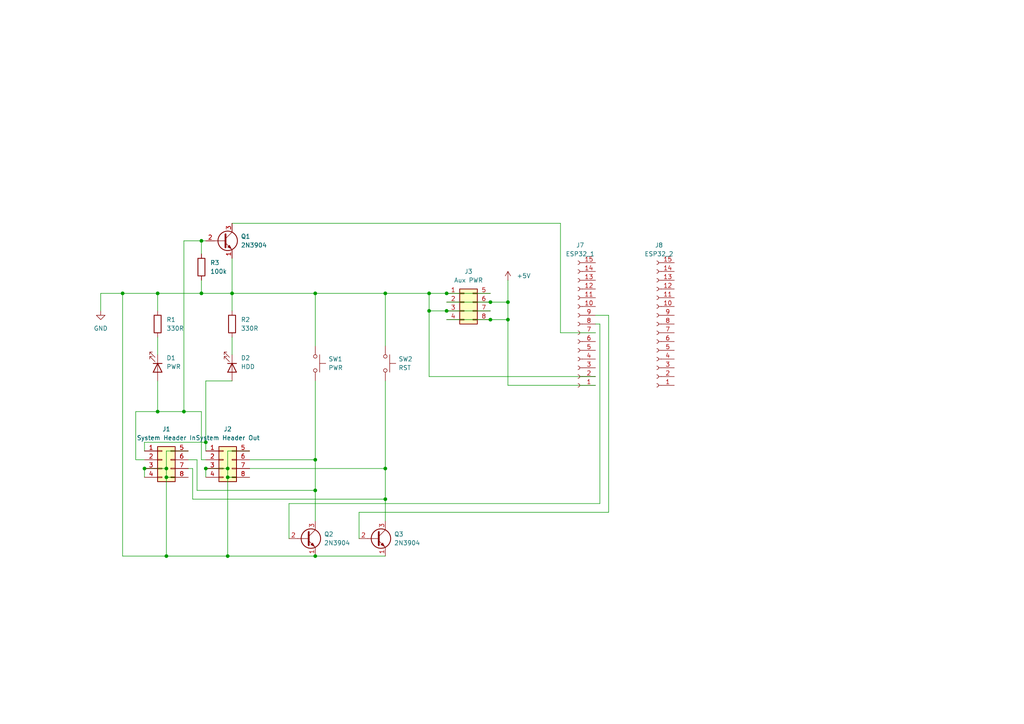
<source format=kicad_sch>
(kicad_sch (version 20250114) (generator "eeschema") (generator_version "9.0")
  (paper "A4")
  (lib_symbols
    (symbol "Conn_01x15_Socket_1" (pin_names (offset 1.016) (hide yes))
      (property "Reference" "J7" (at -0.635 -22.86 0))
      (property "Value" "ESP32_1" (at -0.635 -20.32 0))
      (symbol "Conn_01x15_Socket_1_1_1"
        (polyline (pts (xy -1.27 17.78) (xy -0.508 17.78)) (stroke (width 0.1524)))
        (polyline (pts (xy -1.27 15.24) (xy -0.508 15.24)) (stroke (width 0.1524)))
        (polyline (pts (xy -1.27 12.7) (xy -0.508 12.7)) (stroke (width 0.1524)))
        (polyline (pts (xy -1.27 10.16) (xy -0.508 10.16)) (stroke (width 0.1524)))
        (polyline (pts (xy -1.27 7.62) (xy -0.508 7.62)) (stroke (width 0.1524)))
        (polyline (pts (xy -1.27 5.08) (xy -0.508 5.08)) (stroke (width 0.1524)))
        (polyline (pts (xy -1.27 2.54) (xy -0.508 2.54)) (stroke (width 0.1524)))
        (polyline (pts (xy -1.27 0) (xy -0.508 0)) (stroke (width 0.1524)))
        (polyline (pts (xy -1.27 -2.54) (xy -0.508 -2.54)) (stroke (width 0.1524)))
        (polyline (pts (xy -1.27 -5.08) (xy -0.508 -5.08)) (stroke (width 0.1524)))
        (polyline (pts (xy -1.27 -7.62) (xy -0.508 -7.62)) (stroke (width 0.1524)))
        (polyline (pts (xy -1.27 -10.16) (xy -0.508 -10.16)) (stroke (width 0.1524)))
        (polyline (pts (xy -1.27 -12.7) (xy -0.508 -12.7)) (stroke (width 0.1524)))
        (polyline (pts (xy -1.27 -15.24) (xy -0.508 -15.24)) (stroke (width 0.1524)))
        (polyline (pts (xy -1.27 -17.78) (xy -0.508 -17.78)) (stroke (width 0.1524)))
        (arc (start 0 17.272) (mid -0.5058 17.78) (end 0 18.288) (stroke (width 0.1524)))
        (arc (start 0 14.732) (mid -0.5058 15.24) (end 0 15.748) (stroke (width 0.1524)))
        (arc (start 0 12.192) (mid -0.5058 12.7) (end 0 13.208) (stroke (width 0.1524)))
        (arc (start 0 9.652) (mid -0.5058 10.16) (end 0 10.668) (stroke (width 0.1524)))
        (arc (start 0 7.112) (mid -0.5058 7.62) (end 0 8.128) (stroke (width 0.1524)))
        (arc (start 0 4.572) (mid -0.5058 5.08) (end 0 5.588) (stroke (width 0.1524)))
        (arc (start 0 2.032) (mid -0.5058 2.54) (end 0 3.048) (stroke (width 0.1524)))
        (arc (start 0 -0.508) (mid -0.5058 0) (end 0 0.508) (stroke (width 0.1524)))
        (arc (start 0 -3.048) (mid -0.5058 -2.54) (end 0 -2.032) (stroke (width 0.1524)))
        (arc (start 0 -5.588) (mid -0.5058 -5.08) (end 0 -4.572) (stroke (width 0.1524)))
        (arc (start 0 -8.128) (mid -0.5058 -7.62) (end 0 -7.112) (stroke (width 0.1524)))
        (arc (start 0 -10.668) (mid -0.5058 -10.16) (end 0 -9.652) (stroke (width 0.1524)))
        (arc (start 0 -13.208) (mid -0.5058 -12.7) (end 0 -12.192) (stroke (width 0.1524)))
        (arc (start 0 -15.748) (mid -0.5058 -15.24) (end 0 -14.732) (stroke (width 0.1524)))
        (arc (start 0 -18.288) (mid -0.5058 -17.78) (end 0 -17.272) (stroke (width 0.1524)))
        (pin passive line (at -5.08 17.78 0) (length 3.81) (name "5V") (number "1"))
        (pin passive line (at -5.08 15.24 0) (length 3.81) (name "GND") (number "2"))
        (pin passive line (at -5.08 12.7 0) (length 3.81) (name "Pin_3") (number "3"))
        (pin passive line (at -5.08 10.16 0) (length 3.81) (name "Pin_4") (number "4"))
        (pin passive line (at -5.08 7.62 0) (length 3.81) (name "Pin_5") (number "5"))
        (pin passive line (at -5.08 5.08 0) (length 3.81) (name "D27") (number "6"))
        (pin passive line (at -5.08 2.54 0) (length 3.81) (name "D26") (number "7"))
        (pin passive line (at -5.08 0 0) (length 3.81) (name "D25") (number "8"))
        (pin passive line (at -5.08 -2.54 0) (length 3.81) (name "D33") (number "9"))
        (pin passive line (at -5.08 -5.08 0) (length 3.81) (name "D32") (number "10"))
        (pin passive line (at -5.08 -7.62 0) (length 3.81) (name "Pin_11") (number "11"))
        (pin passive line (at -5.08 -10.16 0) (length 3.81) (name "Pin_12") (number "12"))
        (pin passive line (at -5.08 -12.7 0) (length 3.81) (name "Pin_13") (number "13"))
        (pin passive line (at -5.08 -15.24 0) (length 3.81) (name "Pin_14") (number "14"))
        (pin passive line (at -5.08 -17.78 0) (length 3.81) (name "Pin_15") (number "15"))
      )
    )
    (symbol "Conn_02x04_Top_Bottom_1" (pin_names (offset 1.016) (hide yes))
      (property "Reference" "J3" (at 1.27 8.89 0))
      (property "Value" "Aux PWR" (at 1.27 6.35 0))
      (symbol "Conn_02x04_Top_Bottom_1_1_1"
        (rectangle (start -1.27 3.81) (end 3.81 -6.35) (stroke (width 0.254)) (fill (type background)))
        (rectangle (start -1.27 2.667) (end 0 2.413) (stroke (width 0.1524)))
        (rectangle (start -1.27 0.127) (end 0 -0.127) (stroke (width 0.1524)))
        (rectangle (start -1.27 -2.413) (end 0 -2.667) (stroke (width 0.1524)))
        (rectangle (start -1.27 -4.953) (end 0 -5.207) (stroke (width 0.1524)))
        (rectangle (start 3.81 2.667) (end 2.54 2.413) (stroke (width 0.1524)))
        (rectangle (start 3.81 0.127) (end 2.54 -0.127) (stroke (width 0.1524)))
        (rectangle (start 3.81 -2.413) (end 2.54 -2.667) (stroke (width 0.1524)))
        (rectangle (start 3.81 -4.953) (end 2.54 -5.207) (stroke (width 0.1524)))
        (pin passive line (at -5.08 2.54 0) (length 3.81) (name "GND") (number "1"))
        (pin passive line (at -5.08 0 0) (length 3.81) (name "5V") (number "2"))
        (pin passive line (at -5.08 -2.54 0) (length 3.81) (name "GND") (number "3"))
        (pin passive line (at -5.08 -5.08 0) (length 3.81) (name "5V") (number "4"))
        (pin passive line (at 7.62 2.54 180) (length 3.81) (name "GND") (number "5"))
        (pin passive line (at 7.62 0 180) (length 3.81) (name "5V") (number "6"))
        (pin passive line (at 7.62 -2.54 180) (length 3.81) (name "GND") (number "7"))
        (pin passive line (at 7.62 -5.08 180) (length 3.81) (name "5V") (number "8"))
      )
    )
    (symbol "Connector:Conn_01x15_Socket" (pin_names (offset 1.016) (hide yes))
      (property "Reference" "J" (at 0 20.32 0))
      (property "Value" "Conn_01x15_Socket" (at 0 -20.32 0))
      (symbol "Conn_01x15_Socket_1_1"
        (polyline (pts (xy -1.27 17.78) (xy -0.508 17.78)) (stroke (width 0.1524)))
        (polyline (pts (xy -1.27 15.24) (xy -0.508 15.24)) (stroke (width 0.1524)))
        (polyline (pts (xy -1.27 12.7) (xy -0.508 12.7)) (stroke (width 0.1524)))
        (polyline (pts (xy -1.27 10.16) (xy -0.508 10.16)) (stroke (width 0.1524)))
        (polyline (pts (xy -1.27 7.62) (xy -0.508 7.62)) (stroke (width 0.1524)))
        (polyline (pts (xy -1.27 5.08) (xy -0.508 5.08)) (stroke (width 0.1524)))
        (polyline (pts (xy -1.27 2.54) (xy -0.508 2.54)) (stroke (width 0.1524)))
        (polyline (pts (xy -1.27 0) (xy -0.508 0)) (stroke (width 0.1524)))
        (polyline (pts (xy -1.27 -2.54) (xy -0.508 -2.54)) (stroke (width 0.1524)))
        (polyline (pts (xy -1.27 -5.08) (xy -0.508 -5.08)) (stroke (width 0.1524)))
        (polyline (pts (xy -1.27 -7.62) (xy -0.508 -7.62)) (stroke (width 0.1524)))
        (polyline (pts (xy -1.27 -10.16) (xy -0.508 -10.16)) (stroke (width 0.1524)))
        (polyline (pts (xy -1.27 -12.7) (xy -0.508 -12.7)) (stroke (width 0.1524)))
        (polyline (pts (xy -1.27 -15.24) (xy -0.508 -15.24)) (stroke (width 0.1524)))
        (polyline (pts (xy -1.27 -17.78) (xy -0.508 -17.78)) (stroke (width 0.1524)))
        (arc (start 0 17.272) (mid -0.5058 17.78) (end 0 18.288) (stroke (width 0.1524)))
        (arc (start 0 14.732) (mid -0.5058 15.24) (end 0 15.748) (stroke (width 0.1524)))
        (arc (start 0 12.192) (mid -0.5058 12.7) (end 0 13.208) (stroke (width 0.1524)))
        (arc (start 0 9.652) (mid -0.5058 10.16) (end 0 10.668) (stroke (width 0.1524)))
        (arc (start 0 7.112) (mid -0.5058 7.62) (end 0 8.128) (stroke (width 0.1524)))
        (arc (start 0 4.572) (mid -0.5058 5.08) (end 0 5.588) (stroke (width 0.1524)))
        (arc (start 0 2.032) (mid -0.5058 2.54) (end 0 3.048) (stroke (width 0.1524)))
        (arc (start 0 -0.508) (mid -0.5058 0) (end 0 0.508) (stroke (width 0.1524)))
        (arc (start 0 -3.048) (mid -0.5058 -2.54) (end 0 -2.032) (stroke (width 0.1524)))
        (arc (start 0 -5.588) (mid -0.5058 -5.08) (end 0 -4.572) (stroke (width 0.1524)))
        (arc (start 0 -8.128) (mid -0.5058 -7.62) (end 0 -7.112) (stroke (width 0.1524)))
        (arc (start 0 -10.668) (mid -0.5058 -10.16) (end 0 -9.652) (stroke (width 0.1524)))
        (arc (start 0 -13.208) (mid -0.5058 -12.7) (end 0 -12.192) (stroke (width 0.1524)))
        (arc (start 0 -15.748) (mid -0.5058 -15.24) (end 0 -14.732) (stroke (width 0.1524)))
        (arc (start 0 -18.288) (mid -0.5058 -17.78) (end 0 -17.272) (stroke (width 0.1524)))
        (pin passive line (at -5.08 17.78 0) (length 3.81) (name "Pin_1") (number "1"))
        (pin passive line (at -5.08 15.24 0) (length 3.81) (name "Pin_2") (number "2"))
        (pin passive line (at -5.08 12.7 0) (length 3.81) (name "Pin_3") (number "3"))
        (pin passive line (at -5.08 10.16 0) (length 3.81) (name "Pin_4") (number "4"))
        (pin passive line (at -5.08 7.62 0) (length 3.81) (name "Pin_5") (number "5"))
        (pin passive line (at -5.08 5.08 0) (length 3.81) (name "Pin_6") (number "6"))
        (pin passive line (at -5.08 2.54 0) (length 3.81) (name "Pin_7") (number "7"))
        (pin passive line (at -5.08 0 0) (length 3.81) (name "Pin_8") (number "8"))
        (pin passive line (at -5.08 -2.54 0) (length 3.81) (name "Pin_9") (number "9"))
        (pin passive line (at -5.08 -5.08 0) (length 3.81) (name "Pin_10") (number "10"))
        (pin passive line (at -5.08 -7.62 0) (length 3.81) (name "Pin_11") (number "11"))
        (pin passive line (at -5.08 -10.16 0) (length 3.81) (name "Pin_12") (number "12"))
        (pin passive line (at -5.08 -12.7 0) (length 3.81) (name "Pin_13") (number "13"))
        (pin passive line (at -5.08 -15.24 0) (length 3.81) (name "Pin_14") (number "14"))
        (pin passive line (at -5.08 -17.78 0) (length 3.81) (name "Pin_15") (number "15"))
      )
    )
    (symbol "Connector_Generic:Conn_02x04_Top_Bottom" (pin_names (offset 1.016) (hide yes))
      (property "Reference" "J1" (at 1.27 8.89 0))
      (property "Value" "System Header In" (at 1.27 6.35 0))
      (symbol "Conn_02x04_Top_Bottom_1_1"
        (rectangle (start -1.27 3.81) (end 3.81 -6.35) (stroke (width 0.254)) (fill (type background)))
        (rectangle (start -1.27 2.667) (end 0 2.413) (stroke (width 0.1524)))
        (rectangle (start -1.27 0.127) (end 0 -0.127) (stroke (width 0.1524)))
        (rectangle (start -1.27 -2.413) (end 0 -2.667) (stroke (width 0.1524)))
        (rectangle (start -1.27 -4.953) (end 0 -5.207) (stroke (width 0.1524)))
        (rectangle (start 3.81 2.667) (end 2.54 2.413) (stroke (width 0.1524)))
        (rectangle (start 3.81 0.127) (end 2.54 -0.127) (stroke (width 0.1524)))
        (rectangle (start 3.81 -2.413) (end 2.54 -2.667) (stroke (width 0.1524)))
        (rectangle (start 3.81 -4.953) (end 2.54 -5.207) (stroke (width 0.1524)))
        (pin passive line (at -5.08 2.54 0) (length 3.81) (name "HDD+") (number "1"))
        (pin passive line (at -5.08 0 0) (length 3.81) (name "PWR_LED+") (number "2"))
        (pin passive line (at -5.08 -2.54 0) (length 3.81) (name "GND") (number "3"))
        (pin passive line (at -5.08 -5.08 0) (length 3.81) (name "GND") (number "4"))
        (pin passive line (at 7.62 2.54 180) (length 3.81) (name "GND") (number "5"))
        (pin passive line (at 7.62 0 180) (length 3.81) (name "PWR_BTN+") (number "6"))
        (pin passive line (at 7.62 -2.54 180) (length 3.81) (name "RST+") (number "7"))
        (pin passive line (at 7.62 -5.08 180) (length 3.81) (name "GND") (number "8"))
      )
    )
    (symbol "Device:LED" (pin_numbers (hide yes)) (pin_names (offset 1.016) (hide yes))
      (property "Reference" "D" (at 0 2.54 0))
      (property "Value" "LED" (at 0 -2.54 0))
      (symbol "LED_0_1"
        (polyline (pts (xy -3.048 -0.762) (xy -4.572 -2.286) (xy -3.81 -2.286) (xy -4.572 -2.286) (xy -4.572 -1.524)))
        (polyline (pts (xy -1.778 -0.762) (xy -3.302 -2.286) (xy -2.54 -2.286) (xy -3.302 -2.286) (xy -3.302 -1.524)))
        (polyline (pts (xy -1.27 0) (xy 1.27 0)))
        (polyline (pts (xy -1.27 -1.27) (xy -1.27 1.27)) (stroke (width 0.254)))
        (polyline (pts (xy 1.27 -1.27) (xy 1.27 1.27) (xy -1.27 0) (xy 1.27 -1.27)) (stroke (width 0.254)))
      )
      (symbol "LED_1_1"
        (pin passive line (at -3.81 0 0) (length 2.54) (name "K") (number "1"))
        (pin passive line (at 3.81 0 180) (length 2.54) (name "A") (number "2"))
      )
    )
    (symbol "Device:R" (pin_numbers (hide yes)) (pin_names (offset 0))
      (property "Reference" "R" (at 2.032 0 90))
      (property "Value" "R" (at 0 0 90))
      (symbol "R_0_1"
        (rectangle (start -1.016 -2.54) (end 1.016 2.54) (stroke (width 0.254)))
      )
      (symbol "R_1_1"
        (pin passive line (at 0 3.81 270) (length 1.27) (name "~") (number "1"))
        (pin passive line (at 0 -3.81 90) (length 1.27) (name "~") (number "2"))
      )
    )
    (symbol "Switch:SW_Push" (pin_numbers (hide yes)) (pin_names (offset 1.016) (hide yes))
      (property "Reference" "SW" (at 1.27 2.54 0))
      (property "Value" "SW_Push" (at 0 -1.524 0))
      (symbol "SW_Push_0_1"
        (circle (center -2.032 0) (radius 0.508))
        (polyline (pts (xy 0 1.27) (xy 0 3.048)))
        (circle (center 2.032 0) (radius 0.508))
        (polyline (pts (xy 2.54 1.27) (xy -2.54 1.27)))
        (pin passive line (at -5.08 0 0) (length 2.54) (name "1") (number "1"))
        (pin passive line (at 5.08 0 180) (length 2.54) (name "2") (number "2"))
      )
    )
    (symbol "Transistor_BJT:2N3904" (pin_names (offset 0) (hide yes))
      (property "Reference" "Q" (at 5.08 1.905 0))
      (property "Value" "2N3904" (at 5.08 0 0))
      (symbol "2N3904_0_1"
        (polyline (pts (xy -2.54 0) (xy 0.635 0)))
        (polyline (pts (xy 0.635 1.905) (xy 0.635 -1.905)) (stroke (width 0.508)))
        (circle (center 1.27 0) (radius 2.8194) (stroke (width 0.254)))
      )
      (symbol "2N3904_1_1"
        (polyline (pts (xy 0.635 0.635) (xy 2.54 2.54)))
        (polyline (pts (xy 0.635 -0.635) (xy 2.54 -2.54)))
        (polyline (pts (xy 1.27 -1.778) (xy 1.778 -1.27) (xy 2.286 -2.286) (xy 1.27 -1.778)) (fill (type outline)))
        (pin input line (at -5.08 0 0) (length 2.54) (name "B") (number "2"))
        (pin passive line (at 2.54 5.08 270) (length 2.54) (name "C") (number "3"))
        (pin passive line (at 2.54 -5.08 90) (length 2.54) (name "E") (number "1"))
      )
    )
    (symbol "power:+5V" (power) (pin_numbers (hide yes)) (pin_names (offset 0) (hide yes))
      (property "Value" "+5V" (at 0 3.556 0))
      (symbol "+5V_0_1"
        (polyline (pts (xy -0.762 1.27) (xy 0 2.54)))
        (polyline (pts (xy 0 2.54) (xy 0.762 1.27)))
        (polyline (pts (xy 0 0) (xy 0 2.54)))
      )
      (symbol "+5V_1_1"
        (pin power_in line (at 0 0 90) (length 0) (name "~") (number "1"))
      )
    )
    (symbol "power:GND" (power) (pin_numbers (hide yes)) (pin_names (offset 0) (hide yes))
      (property "Value" "GND" (at 0 -3.81 0))
      (symbol "GND_0_1"
        (polyline (pts (xy 0 0) (xy 0 -1.27) (xy 1.27 -1.27) (xy 0 -2.54) (xy -1.27 -1.27) (xy 0 -1.27)))
      )
      (symbol "GND_1_1"
        (pin power_in line (at 0 0 270) (length 0) (name "~") (number "1"))
      )
    )
  )
  (junction (at 58.42 69.85))
  (junction (at 142.24 92.71))
  (junction (at 147.32 92.71))
  (junction (at 67.31 85.09))
  (junction (at 66.04 138.43))
  (junction (at 147.32 87.63))
  (junction (at 48.26 135.89))
  (junction (at 142.24 87.63))
  (junction (at 45.72 119.38))
  (junction (at 91.44 133.35))
  (junction (at 53.34 119.38))
  (junction (at 91.44 85.09))
  (junction (at 35.56 85.09))
  (junction (at 48.26 161.29))
  (junction (at 59.69 128.27))
  (junction (at 58.42 85.09))
  (junction (at 45.72 85.09))
  (junction (at 91.44 161.29))
  (junction (at 41.91 135.89))
  (junction (at 59.69 135.89))
  (junction (at 91.44 142.24))
  (junction (at 111.76 85.09))
  (junction (at 124.46 90.17))
  (junction (at 111.76 144.78))
  (junction (at 48.26 138.43))
  (junction (at 66.04 161.29))
  (junction (at 129.54 85.09))
  (junction (at 124.46 85.09))
  (junction (at 111.76 135.89))
  (junction (at 129.54 90.17))
  (junction (at 66.04 135.89))
  (wire (pts (xy 72.39 138.43) (xy 66.04 138.43)))
  (wire (pts (xy 54.61 130.81) (xy 48.26 130.81)))
  (wire (pts (xy 41.91 135.89) (xy 48.26 135.89)))
  (wire (pts (xy 172.72 93.98) (xy 173.99 93.98)))
  (wire (pts (xy 59.69 128.27) (xy 59.69 110.49)))
  (wire (pts (xy 129.54 92.71) (xy 142.24 92.71)))
  (wire (pts (xy 129.54 85.09) (xy 142.24 85.09)))
  (wire (pts (xy 173.99 93.98) (xy 173.99 146.05)))
  (wire (pts (xy 67.31 74.93) (xy 67.31 85.09)))
  (wire (pts (xy 35.56 161.29) (xy 48.26 161.29)))
  (wire (pts (xy 55.88 135.89) (xy 55.88 144.78)))
  (wire (pts (xy 54.61 135.89) (xy 55.88 135.89)))
  (wire (pts (xy 72.39 135.89) (xy 111.76 135.89)))
  (wire (pts (xy 54.61 133.35) (xy 57.15 133.35)))
  (wire (pts (xy 129.54 90.17) (xy 142.24 90.17)))
  (wire (pts (xy 59.69 128.27) (xy 59.69 130.81)))
  (wire (pts (xy 172.72 91.44) (xy 176.53 91.44)))
  (wire (pts (xy 124.46 85.09) (xy 124.46 90.17)))
  (wire (pts (xy 41.91 135.89) (xy 41.91 138.43)))
  (wire (pts (xy 172.72 96.52) (xy 162.56 96.52)))
  (wire (pts (xy 91.44 85.09) (xy 91.44 100.33)))
  (wire (pts (xy 66.04 130.81) (xy 72.39 130.81)))
  (wire (pts (xy 111.76 110.49) (xy 111.76 135.89)))
  (wire (pts (xy 48.26 161.29) (xy 66.04 161.29)))
  (wire (pts (xy 91.44 142.24) (xy 91.44 151.13)))
  (wire (pts (xy 72.39 133.35) (xy 91.44 133.35)))
  (wire (pts (xy 45.72 119.38) (xy 53.34 119.38)))
  (wire (pts (xy 67.31 85.09) (xy 67.31 90.17)))
  (wire (pts (xy 147.32 81.28) (xy 147.32 87.63)))
  (wire (pts (xy 45.72 110.49) (xy 45.72 119.38)))
  (wire (pts (xy 45.72 97.79) (xy 45.72 102.87)))
  (wire (pts (xy 48.26 138.43) (xy 48.26 135.89)))
  (wire (pts (xy 142.24 92.71) (xy 147.32 92.71)))
  (wire (pts (xy 83.82 146.05) (xy 83.82 156.21)))
  (wire (pts (xy 41.91 133.35) (xy 39.37 133.35)))
  (wire (pts (xy 147.32 87.63) (xy 147.32 92.71)))
  (wire (pts (xy 129.54 87.63) (xy 142.24 87.63)))
  (wire (pts (xy 176.53 148.59) (xy 104.14 148.59)))
  (wire (pts (xy 59.69 135.89) (xy 59.69 138.43)))
  (wire (pts (xy 55.88 144.78) (xy 111.76 144.78)))
  (wire (pts (xy 111.76 144.78) (xy 111.76 151.13)))
  (wire (pts (xy 104.14 148.59) (xy 104.14 156.21)))
  (wire (pts (xy 124.46 85.09) (xy 129.54 85.09)))
  (wire (pts (xy 48.26 130.81) (xy 48.26 135.89)))
  (wire (pts (xy 39.37 133.35) (xy 39.37 119.38)))
  (wire (pts (xy 41.91 128.27) (xy 59.69 128.27)))
  (wire (pts (xy 67.31 97.79) (xy 67.31 102.87)))
  (wire (pts (xy 59.69 110.49) (xy 67.31 110.49)))
  (wire (pts (xy 58.42 85.09) (xy 67.31 85.09)))
  (wire (pts (xy 66.04 138.43) (xy 66.04 161.29)))
  (wire (pts (xy 53.34 119.38) (xy 53.34 69.85)))
  (wire (pts (xy 58.42 69.85) (xy 58.42 73.66)))
  (wire (pts (xy 66.04 138.43) (xy 66.04 135.89)))
  (wire (pts (xy 66.04 135.89) (xy 66.04 130.81)))
  (wire (pts (xy 58.42 81.28) (xy 58.42 85.09)))
  (wire (pts (xy 57.15 142.24) (xy 91.44 142.24)))
  (wire (pts (xy 35.56 85.09) (xy 29.21 85.09)))
  (wire (pts (xy 142.24 87.63) (xy 147.32 87.63)))
  (wire (pts (xy 53.34 69.85) (xy 58.42 69.85)))
  (wire (pts (xy 58.42 133.35) (xy 59.69 133.35)))
  (wire (pts (xy 67.31 85.09) (xy 91.44 85.09)))
  (wire (pts (xy 91.44 133.35) (xy 91.44 142.24)))
  (wire (pts (xy 58.42 69.85) (xy 59.69 69.85)))
  (wire (pts (xy 162.56 64.77) (xy 67.31 64.77)))
  (wire (pts (xy 176.53 91.44) (xy 176.53 148.59)))
  (wire (pts (xy 147.32 111.76) (xy 172.72 111.76)))
  (wire (pts (xy 162.56 96.52) (xy 162.56 64.77)))
  (wire (pts (xy 147.32 92.71) (xy 147.32 111.76)))
  (wire (pts (xy 91.44 161.29) (xy 111.76 161.29)))
  (wire (pts (xy 45.72 85.09) (xy 58.42 85.09)))
  (wire (pts (xy 29.21 85.09) (xy 29.21 90.17)))
  (wire (pts (xy 45.72 85.09) (xy 35.56 85.09)))
  (wire (pts (xy 124.46 90.17) (xy 124.46 109.22)))
  (wire (pts (xy 45.72 85.09) (xy 45.72 90.17)))
  (wire (pts (xy 111.76 85.09) (xy 124.46 85.09)))
  (wire (pts (xy 58.42 119.38) (xy 58.42 133.35)))
  (wire (pts (xy 39.37 119.38) (xy 45.72 119.38)))
  (wire (pts (xy 91.44 110.49) (xy 91.44 133.35)))
  (wire (pts (xy 124.46 109.22) (xy 172.72 109.22)))
  (wire (pts (xy 124.46 90.17) (xy 129.54 90.17)))
  (wire (pts (xy 91.44 85.09) (xy 111.76 85.09)))
  (wire (pts (xy 66.04 161.29) (xy 91.44 161.29)))
  (wire (pts (xy 111.76 85.09) (xy 111.76 100.33)))
  (wire (pts (xy 57.15 133.35) (xy 57.15 142.24)))
  (wire (pts (xy 35.56 85.09) (xy 35.56 161.29)))
  (wire (pts (xy 48.26 138.43) (xy 48.26 161.29)))
  (wire (pts (xy 53.34 119.38) (xy 58.42 119.38)))
  (wire (pts (xy 41.91 130.81) (xy 41.91 128.27)))
  (wire (pts (xy 111.76 135.89) (xy 111.76 144.78)))
  (wire (pts (xy 54.61 138.43) (xy 48.26 138.43)))
  (wire (pts (xy 59.69 135.89) (xy 66.04 135.89)))
  (wire (pts (xy 173.99 146.05) (xy 83.82 146.05)))
  (symbol (lib_id "Device:LED") (at 67.31 106.68 270) (unit 1)
    (property "Reference" "D2" (at 69.85 103.8224 90) (effects (justify left)))
    (property "Value" "HDD" (at 69.85 106.3624 90) (effects (justify left)))
    (property "Footprint" "LED_THT:LED_D3.0mm" (effects (hide yes)))
    (property "Description" "Light emitting diode" (effects (hide yes)))
    (property "Sim.Pins" "1=K 2=A" (effects (hide yes)))
  )
  (symbol (lib_id "Device:R") (at 45.72 93.98 0) (unit 1)
    (property "Reference" "R1" (at 48.26 92.7099 0) (effects (justify left)))
    (property "Value" "330R" (at 48.26 95.2499 0) (effects (justify left)))
    (property "Footprint" "Resistor_THT:R_Axial_DIN0207_L6.3mm_D2.5mm_P10.16mm_Horizontal" (effects (hide yes)))
    (property "Description" "Resistor" (effects (hide yes)))
  )
  (symbol (lib_id "Device:R") (at 67.31 93.98 0) (unit 1)
    (property "Reference" "R2" (at 69.85 92.7099 0) (effects (justify left)))
    (property "Value" "330R" (at 69.85 95.2499 0) (effects (justify left)))
    (property "Footprint" "Resistor_THT:R_Axial_DIN0207_L6.3mm_D2.5mm_P10.16mm_Horizontal" (effects (hide yes)))
    (property "Description" "Resistor" (effects (hide yes)))
  )
  (symbol (lib_id "Connector_Generic:Conn_02x04_Top_Bottom") (at 46.99 133.35 0) (unit 1)
    (property "Reference" "J1" (at 48.26 124.46 0))
    (property "Value" "System Header In" (at 48.26 127 0))
    (property "Footprint" "Connector_PinHeader_2.54mm:PinHeader_2x04_P2.54mm_Vertical" (effects (hide yes)))
    (property "Description" "Generic connector, double row, 02x04, top/bottom pin numbering scheme (row 1: 1...pins_per_row, row2: pins_per_row+1 ... num_pins), script generated (kicad-library-utils/schlib/autogen/connector/)" (effects (hide yes)))
  )
  (symbol (lib_id "power:GND") (at 29.21 90.17 0) (unit 1)
    (property "Reference" "#PWR02" (effects (hide yes)))
    (property "Value" "GND" (at 29.21 95.25 0))
    (property "Description" "Power symbol creates a global label with name \"GND\" , ground" (effects (hide yes)))
  )
  (symbol (lib_id "Device:LED") (at 45.72 106.68 270) (unit 1)
    (property "Reference" "D1" (at 48.26 103.8224 90) (effects (justify left)))
    (property "Value" "PWR" (at 48.26 106.3624 90) (effects (justify left)))
    (property "Footprint" "LED_THT:LED_D3.0mm" (effects (hide yes)))
    (property "Description" "Power LED" (effects (hide yes)))
    (property "Sim.Pins" "1=K 2=A" (effects (hide yes)))
  )
  (symbol (lib_name "Conn_01x15_Socket_1") (lib_id "Connector:Conn_01x15_Socket") (at 167.64 93.98 180) (unit 1)
    (property "Reference" "J7" (at 168.275 71.12 0))
    (property "Value" "ESP32_1" (at 168.275 73.66 0))
    (property "Footprint" "Connector_PinSocket_2.54mm:PinSocket_1x15_P2.54mm_Vertical" (effects (hide yes)))
    (property "Description" "Generic connector, single row, 01x15, script generated" (effects (hide yes)))
  )
  (symbol (lib_id "Switch:SW_Push") (at 91.44 105.41 270) (unit 1)
    (property "Reference" "SW1" (at 95.25 104.1399 90) (effects (justify left)))
    (property "Value" "PWR" (at 95.25 106.6799 90) (effects (justify left)))
    (property "Footprint" "Button_Switch_THT:SW_PUSH_6mm" (effects (hide yes)))
    (property "Description" "Push button switch, generic, two pins" (effects (hide yes)))
  )
  (symbol (lib_id "Device:R") (at 58.42 77.47 0) (unit 1)
    (property "Reference" "R3" (at 60.96 76.1999 0) (effects (justify left)))
    (property "Value" "100k" (at 60.96 78.7399 0) (effects (justify left)))
    (property "Footprint" "Resistor_THT:R_Axial_DIN0207_L6.3mm_D2.5mm_P10.16mm_Horizontal" (effects (hide yes)))
    (property "Description" "Resistor" (effects (hide yes)))
  )
  (symbol (lib_id "Transistor_BJT:2N3904") (at 109.22 156.21 0) (unit 1)
    (property "Reference" "Q3" (at 114.3 154.9399 0) (effects (justify left)))
    (property "Value" "2N3904" (at 114.3 157.4799 0) (effects (justify left)))
    (property "Footprint" "Package_TO_SOT_THT:TO-92_Inline" (effects (hide yes)))
    (property "Datasheet" "https://www.onsemi.com/pub/Collateral/2N3903-D.PDF" (effects (hide yes)))
    (property "Description" "0.2A Ic, 40V Vce, Small Signal NPN Transistor, TO-92" (effects (hide yes)))
  )
  (symbol (lib_name "Conn_02x04_Top_Bottom_1") (lib_id "Connector_Generic:Conn_02x04_Top_Bottom") (at 134.62 87.63 0) (unit 1)
    (property "Reference" "J3" (at 135.89 78.74 0))
    (property "Value" "Aux PWR" (at 135.89 81.28 0))
    (property "Footprint" "Connector_PinHeader_2.54mm:PinHeader_2x04_P2.54mm_Vertical" (effects (hide yes)))
    (property "Description" "Generic connector, double row, 02x04, top/bottom pin numbering scheme (row 1: 1...pins_per_row, row2: pins_per_row+1 ... num_pins), script generated (kicad-library-utils/schlib/autogen/connector/)" (effects (hide yes)))
  )
  (symbol (lib_id "power:+5V") (at 147.32 81.28 0) (unit 1)
    (property "Reference" "#PWR01" (effects (hide yes)))
    (property "Value" "+5V" (at 149.86 80.0099 0) (effects (justify left)))
    (property "Description" "Power symbol creates a global label with name \"+5V\"" (effects (hide yes)))
  )
  (symbol (lib_id "Switch:SW_Push") (at 111.76 105.41 270) (unit 1)
    (property "Reference" "SW2" (at 115.57 104.1399 90) (effects (justify left)))
    (property "Value" "RST" (at 115.57 106.6799 90) (effects (justify left)))
    (property "Footprint" "Button_Switch_THT:SW_PUSH_6mm" (effects (hide yes)))
    (property "Description" "Push button switch, generic, two pins" (effects (hide yes)))
  )
  (symbol (lib_id "Transistor_BJT:2N3904") (at 88.9 156.21 0) (unit 1)
    (property "Reference" "Q2" (at 93.98 154.9399 0) (effects (justify left)))
    (property "Value" "2N3904" (at 93.98 157.4799 0) (effects (justify left)))
    (property "Footprint" "Package_TO_SOT_THT:TO-92_Inline" (effects (hide yes)))
    (property "Datasheet" "https://www.onsemi.com/pub/Collateral/2N3903-D.PDF" (effects (hide yes)))
    (property "Description" "0.2A Ic, 40V Vce, Small Signal NPN Transistor, TO-92" (effects (hide yes)))
  )
  (symbol (lib_id "Connector_Generic:Conn_02x04_Top_Bottom") (at 64.77 133.35 0) (unit 1)
    (property "Reference" "J2" (at 66.04 124.46 0))
    (property "Value" "System Header Out" (at 66.04 127 0))
    (property "Footprint" "Connector_PinHeader_2.54mm:PinHeader_2x04_P2.54mm_Vertical" (effects (hide yes)))
    (property "Description" "Generic connector, double row, 02x04, top/bottom pin numbering scheme (row 1: 1...pins_per_row, row2: pins_per_row+1 ... num_pins), script generated (kicad-library-utils/schlib/autogen/connector/)" (effects (hide yes)))
  )
  (symbol (lib_id "Connector:Conn_01x15_Socket") (at 190.5 93.98 180) (unit 1)
    (property "Reference" "J8" (at 191.135 71.12 0))
    (property "Value" "ESP32_2" (at 191.135 73.66 0))
    (property "Footprint" "Connector_PinSocket_2.54mm:PinSocket_1x15_P2.54mm_Vertical" (effects (hide yes)))
    (property "Description" "Generic connector, single row, 01x15, script generated" (effects (hide yes)))
  )
  (symbol (lib_id "Transistor_BJT:2N3904") (at 64.77 69.85 0) (unit 1)
    (property "Reference" "Q1" (at 69.85 68.5799 0) (effects (justify left)))
    (property "Value" "2N3904" (at 69.85 71.1199 0) (effects (justify left)))
    (property "Footprint" "Package_TO_SOT_THT:TO-92_Inline" (effects (hide yes)))
    (property "Datasheet" "https://www.onsemi.com/pub/Collateral/2N3903-D.PDF" (effects (hide yes)))
    (property "Description" "0.2A Ic, 40V Vce, Small Signal NPN Transistor, TO-92" (effects (hide yes)))
  )
)
</source>
